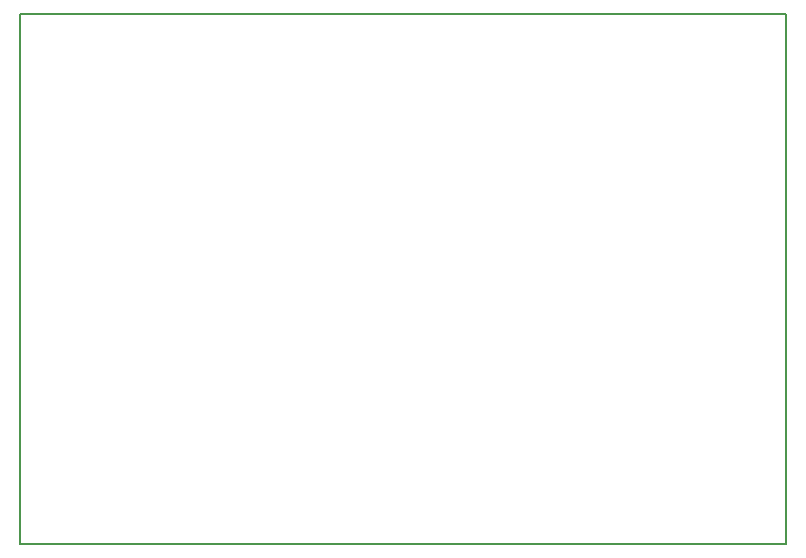
<source format=gm1>
G04 MADE WITH FRITZING*
G04 WWW.FRITZING.ORG*
G04 DOUBLE SIDED*
G04 HOLES PLATED*
G04 CONTOUR ON CENTER OF CONTOUR VECTOR*
%ASAXBY*%
%FSLAX23Y23*%
%MOIN*%
%OFA0B0*%
%SFA1.0B1.0*%
%ADD10R,2.559060X1.771650*%
%ADD11C,0.008000*%
%ADD10C,0.008*%
%LNCONTOUR*%
G90*
G70*
G54D10*
G54D11*
X4Y1768D02*
X2555Y1768D01*
X2555Y4D01*
X4Y4D01*
X4Y1768D01*
D02*
G04 End of contour*
M02*
</source>
